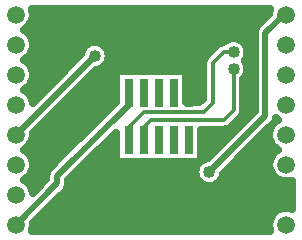
<source format=gbr>
G04 DipTrace 3.1.0.1*
G04 Bottom.gbr*
%MOIN*%
G04 #@! TF.FileFunction,Copper,L2,Bot*
G04 #@! TF.Part,Single*
G04 #@! TA.AperFunction,Conductor*
%ADD13C,0.012992*%
%ADD14C,0.019685*%
G04 #@! TA.AperFunction,CopperBalancing*
%ADD15C,0.025*%
G04 #@! TA.AperFunction,ComponentPad*
%ADD16C,0.059055*%
%ADD21R,0.029921X0.094488*%
G04 #@! TA.AperFunction,ViaPad*
%ADD22C,0.04*%
%FSLAX26Y26*%
G04*
G70*
G90*
G75*
G01*
G04 Bottom*
%LPD*%
X818648Y881159D2*
D14*
Y843659D1*
X581148Y606159D1*
Y581159D1*
X443648Y443659D1*
X681171Y1137373D2*
D13*
X862434D1*
X1018648Y981159D1*
Y881159D1*
X1343648Y543659D2*
X1056157D1*
X1031134Y568682D1*
Y631176D1*
X1224864Y824906D1*
Y1093627D1*
X1181118Y1137373D1*
X712417D1*
X681171D1*
X1343648Y1143659D2*
D14*
X1337388D1*
X1274858Y1081129D1*
Y806157D1*
X1087378Y618677D1*
X868648Y727615D2*
D13*
Y768659D1*
X893648Y793659D1*
X1137373D1*
X1168619Y824906D1*
Y962391D1*
X818648Y727615D2*
Y768654D1*
X868651Y818656D1*
X1068630D1*
X1099877Y849903D1*
Y981139D1*
X1137373Y1018635D1*
X1168619D1*
X443648Y743659D2*
D14*
X443690D1*
X706168Y1006136D1*
D22*
X681171Y1137373D3*
X1168619Y962391D3*
Y1018635D3*
X1087378Y618677D3*
X706168Y1006136D3*
X501909Y1138180D2*
D15*
X1278036D1*
X493225Y1113311D2*
X1253168D1*
X479804Y1088442D2*
X1236769D1*
X498500Y1063573D2*
X1154200D1*
X1183027D2*
X1236016D1*
X501945Y1038705D2*
X670481D1*
X741831D2*
X1108304D1*
X1213062D2*
X1236016D1*
X493584Y1013836D2*
X657814D1*
X754534D2*
X1083436D1*
X1217368D2*
X1236016D1*
X479087Y988967D2*
X635099D1*
X751878D2*
X1065314D1*
X1209258D2*
X1236016D1*
X498321Y964098D2*
X610231D1*
X728518D2*
X1064381D1*
X1217583D2*
X1236016D1*
X501981Y939230D2*
X585363D1*
X693136D2*
X774688D1*
X1012613D2*
X1064381D1*
X1211447D2*
X1236016D1*
X493907Y914361D2*
X560496D1*
X668268D2*
X774688D1*
X1012613D2*
X1064381D1*
X1204091D2*
X1236016D1*
X478369Y889492D2*
X535628D1*
X643400D2*
X774688D1*
X1012613D2*
X1064381D1*
X1204091D2*
X1236016D1*
X498105Y864623D2*
X510760D1*
X618533D2*
X774688D1*
X1012613D2*
X1064381D1*
X1204091D2*
X1236016D1*
X593665Y839755D2*
X760873D1*
X1204091D2*
X1236016D1*
X568797Y814886D2*
X736005D1*
X1202548D2*
X1229700D1*
X543929Y790017D2*
X711138D1*
X1182883D2*
X1204832D1*
X519062Y765148D2*
X686270D1*
X1156472D2*
X1179964D1*
X502052Y740280D2*
X661366D1*
X1062599D2*
X1155097D1*
X1262869D2*
X1285213D1*
X494517Y715411D2*
X636498D1*
X744271D2*
X774688D1*
X1062599D2*
X1130229D1*
X1238001D2*
X1292784D1*
X476826Y690542D2*
X611631D1*
X719403D2*
X774688D1*
X1062599D2*
X1105361D1*
X1213134D2*
X1310475D1*
X497675Y665673D2*
X586763D1*
X694535D2*
X774688D1*
X1062599D2*
X1080493D1*
X1188266D2*
X1289626D1*
X502088Y640804D2*
X561895D1*
X669668D2*
X1043999D1*
X1163398D2*
X1285213D1*
X494840Y615936D2*
X543666D1*
X644800D2*
X1038473D1*
X1138530D2*
X1292461D1*
X476001Y591067D2*
X537171D1*
X619968D2*
X1047480D1*
X1127299D2*
X1321850D1*
X497423Y566198D2*
X512303D1*
X616774D2*
X1359816D1*
X595208Y541329D2*
X1359816D1*
X570340Y516461D2*
X1359816D1*
X545472Y491592D2*
X1312162D1*
X520605Y466723D2*
X1290093D1*
X502124Y441854D2*
X1285141D1*
X1287695Y1145359D2*
X1288318Y1152422D1*
X1290370Y1160970D1*
X1291138Y1163049D1*
X496205Y1163048D1*
X498120Y1156736D1*
X499495Y1148054D1*
Y1139264D1*
X498120Y1130581D1*
X495404Y1122221D1*
X491413Y1114389D1*
X486246Y1107277D1*
X480030Y1101061D1*
X472918Y1095894D1*
X469081Y1093573D1*
X476576Y1088980D1*
X483260Y1083271D1*
X488969Y1076586D1*
X493562Y1069091D1*
X496926Y1060970D1*
X498978Y1052422D1*
X499668Y1043659D1*
X498978Y1034895D1*
X496926Y1026348D1*
X493562Y1018226D1*
X488969Y1010731D1*
X483260Y1004047D1*
X476576Y998338D1*
X468909Y993666D1*
X476576Y988980D1*
X483260Y983271D1*
X488969Y976586D1*
X493562Y969091D1*
X496926Y960970D1*
X498978Y952422D1*
X499668Y943659D1*
X498978Y934895D1*
X496926Y926348D1*
X493562Y918226D1*
X488969Y910731D1*
X483260Y904047D1*
X476576Y898338D1*
X468909Y893666D1*
X476576Y888980D1*
X483260Y883271D1*
X488969Y876586D1*
X493562Y869091D1*
X496926Y860970D1*
X498978Y852422D1*
X499198Y850562D1*
X659989Y1011343D1*
X660960Y1016990D1*
X663215Y1023928D1*
X666527Y1030429D1*
X670815Y1036331D1*
X675974Y1041489D1*
X681876Y1045778D1*
X688376Y1049090D1*
X695315Y1051344D1*
X702520Y1052485D1*
X709816D1*
X717021Y1051344D1*
X723960Y1049090D1*
X730460Y1045778D1*
X736362Y1041489D1*
X741521Y1036331D1*
X745809Y1030429D1*
X749121Y1023928D1*
X751376Y1016990D1*
X752517Y1009784D1*
Y1002489D1*
X751376Y995283D1*
X749121Y988345D1*
X745809Y981844D1*
X741521Y975942D1*
X736362Y970784D1*
X730460Y966495D1*
X723960Y963183D1*
X717021Y960929D1*
X711388Y959974D1*
X499495Y748054D1*
Y739264D1*
X498120Y730581D1*
X495404Y722221D1*
X491413Y714389D1*
X486246Y707277D1*
X480030Y701061D1*
X472918Y695894D1*
X469081Y693573D1*
X476576Y688980D1*
X483260Y683271D1*
X488969Y676586D1*
X493562Y669091D1*
X496926Y660970D1*
X498978Y652422D1*
X499668Y643659D1*
X498978Y634895D1*
X496926Y626348D1*
X493562Y618226D1*
X488969Y610731D1*
X483260Y604047D1*
X476576Y598338D1*
X468909Y593666D1*
X476576Y588980D1*
X483260Y583271D1*
X488969Y576586D1*
X493562Y569091D1*
X496926Y560970D1*
X498978Y552422D1*
X499194Y550596D1*
X544800Y596196D1*
X544926Y609010D1*
X545817Y614641D1*
X547579Y620063D1*
X550168Y625144D1*
X553519Y629756D1*
X587934Y664330D1*
X777199Y853594D1*
X777196Y954895D1*
X1010101D1*
Y851656D1*
X1054997Y851644D1*
X1066897Y863576D1*
X1066990Y983727D1*
X1067800Y988840D1*
X1069399Y993763D1*
X1071750Y998375D1*
X1074792Y1002563D1*
X1114046Y1041961D1*
X1117983Y1045323D1*
X1122396Y1048028D1*
X1127179Y1050009D1*
X1132212Y1051217D1*
X1134795Y1051522D1*
X1141292Y1056248D1*
X1147512Y1060060D1*
X1154253Y1062852D1*
X1161346Y1064555D1*
X1168619Y1065127D1*
X1175892Y1064555D1*
X1182986Y1062852D1*
X1189726Y1060060D1*
X1195947Y1056248D1*
X1201494Y1051510D1*
X1206232Y1045963D1*
X1210044Y1039742D1*
X1212836Y1033002D1*
X1214539Y1025908D1*
X1215112Y1018635D1*
X1214539Y1011362D1*
X1212836Y1004268D1*
X1210044Y997528D1*
X1206232Y991308D1*
X1205623Y990535D1*
X1210044Y983498D1*
X1212836Y976758D1*
X1214539Y969664D1*
X1215112Y962391D1*
X1214539Y955118D1*
X1212836Y948024D1*
X1210044Y941284D1*
X1206232Y935064D1*
X1201601Y929631D1*
X1201506Y822317D1*
X1200696Y817205D1*
X1199097Y812281D1*
X1196746Y807669D1*
X1193704Y803481D1*
X1160699Y770333D1*
X1156763Y766971D1*
X1152349Y764266D1*
X1147567Y762285D1*
X1142533Y761077D1*
X1137373Y760670D1*
X1060114D1*
X1060101Y656344D1*
X1066271Y660102D1*
X1073011Y662894D1*
X1080105Y664597D1*
X1082158Y664840D1*
X1238516Y821201D1*
X1238636Y1083979D1*
X1239527Y1089611D1*
X1241289Y1095033D1*
X1243878Y1100113D1*
X1247229Y1104726D1*
X1281644Y1139300D1*
X1287658Y1145313D1*
X1318388Y793666D2*
X1310721Y798338D1*
X1310410Y798583D1*
X1308427Y792253D1*
X1305839Y787173D1*
X1302487Y782560D1*
X1268072Y747986D1*
X1133565Y613479D1*
X1132585Y607824D1*
X1130331Y600885D1*
X1127019Y594385D1*
X1122731Y588483D1*
X1117572Y583324D1*
X1111670Y579036D1*
X1105170Y575724D1*
X1098231Y573470D1*
X1091026Y572328D1*
X1083730D1*
X1076525Y573470D1*
X1069586Y575724D1*
X1063086Y579036D1*
X1057184Y583324D1*
X1052025Y588483D1*
X1047737Y594385D1*
X1044425Y600885D1*
X1042170Y607824D1*
X1041029Y615029D1*
Y622325D1*
X1042170Y629531D1*
X1044425Y636469D1*
X1047737Y642969D1*
X1052025Y648871D1*
X1057027Y653885D1*
X777196Y653879D1*
Y750802D1*
X617472Y591098D1*
X617371Y578308D1*
X616479Y572677D1*
X614717Y567254D1*
X612129Y562174D1*
X608777Y557561D1*
X574362Y522988D1*
X499495Y448054D1*
Y439264D1*
X498120Y430581D1*
X496159Y424268D1*
X1291091Y424269D1*
X1289176Y430581D1*
X1287801Y439264D1*
Y448054D1*
X1289176Y456736D1*
X1291893Y465097D1*
X1295884Y472929D1*
X1301051Y480041D1*
X1307266Y486256D1*
X1314378Y491423D1*
X1322210Y495414D1*
X1330571Y498131D1*
X1339253Y499506D1*
X1348044D1*
X1356726Y498131D1*
X1362330Y496431D1*
X1362329Y590867D1*
X1356726Y589187D1*
X1348044Y587812D1*
X1339253D1*
X1330571Y589187D1*
X1322210Y591903D1*
X1314378Y595894D1*
X1307266Y601061D1*
X1301051Y607277D1*
X1295884Y614389D1*
X1291893Y622221D1*
X1289176Y630581D1*
X1287801Y639264D1*
Y648054D1*
X1289176Y656736D1*
X1291893Y665097D1*
X1295884Y672929D1*
X1301051Y680041D1*
X1307266Y686256D1*
X1314378Y691423D1*
X1318216Y693745D1*
X1310721Y698338D1*
X1304036Y704047D1*
X1298327Y710731D1*
X1293734Y718226D1*
X1290370Y726348D1*
X1288318Y734895D1*
X1287629Y743659D1*
X1288318Y752422D1*
X1290370Y760970D1*
X1293734Y769091D1*
X1298327Y776586D1*
X1304036Y783271D1*
X1310721Y788980D1*
X1318388Y793652D1*
D16*
X1343648Y1143659D3*
Y1043659D3*
Y943659D3*
Y843659D3*
Y743659D3*
Y643659D3*
Y543659D3*
Y443659D3*
X443648D3*
Y543659D3*
Y643659D3*
Y743659D3*
Y843659D3*
Y943659D3*
Y1043659D3*
Y1143659D3*
D21*
X918648Y881159D3*
X968648D3*
X1018648D3*
X868648D3*
X818648D3*
X918648Y727615D3*
X968648D3*
X1018648D3*
X868648D3*
X818648D3*
M02*

</source>
